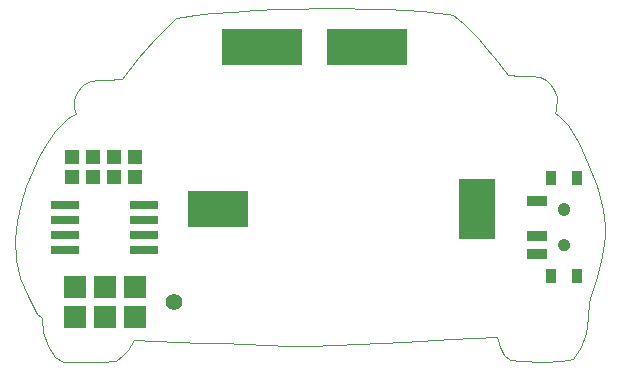
<source format=gbs>
G75*
%MOIN*%
%OFA0B0*%
%FSLAX25Y25*%
%IPPOS*%
%LPD*%
%AMOC8*
5,1,8,0,0,1.08239X$1,22.5*
%
%ADD10C,0.00000*%
%ADD11R,0.27000X0.12000*%
%ADD12R,0.09300X0.03000*%
%ADD13R,0.03750X0.04537*%
%ADD14R,0.06506X0.03356*%
%ADD15C,0.04143*%
%ADD16R,0.20285X0.12411*%
%ADD17R,0.12411X0.20285*%
%ADD18R,0.07600X0.07600*%
%ADD19R,0.04931X0.04537*%
%ADD20C,0.05600*%
D10*
X0024901Y0013065D02*
X0022581Y0016812D01*
X0021081Y0021589D01*
X0020720Y0026220D01*
X0020294Y0026525D01*
X0019868Y0026830D01*
X0019442Y0027135D01*
X0019016Y0027440D01*
X0015942Y0033553D01*
X0013438Y0039476D01*
X0011861Y0045673D01*
X0011568Y0052611D01*
X0012237Y0058549D01*
X0013530Y0064412D01*
X0015349Y0070147D01*
X0017599Y0075703D01*
X0019728Y0080210D01*
X0022171Y0084588D01*
X0025051Y0088638D01*
X0028492Y0092160D01*
X0029227Y0092729D01*
X0030066Y0093288D01*
X0030991Y0093834D01*
X0031983Y0094365D01*
X0031738Y0095213D01*
X0031474Y0096345D01*
X0031306Y0097550D01*
X0031348Y0098617D01*
X0031810Y0100217D01*
X0032550Y0101743D01*
X0033551Y0103095D01*
X0034795Y0104171D01*
X0036975Y0105119D01*
X0039387Y0105485D01*
X0041898Y0105576D01*
X0044372Y0105703D01*
X0045073Y0105761D01*
X0045870Y0105807D01*
X0046682Y0105842D01*
X0047430Y0105867D01*
X0052749Y0112749D01*
X0055475Y0115999D01*
X0058100Y0118978D01*
X0060514Y0121582D01*
X0062606Y0123704D01*
X0064268Y0125238D01*
X0065389Y0126078D01*
X0067571Y0126663D01*
X0071730Y0127238D01*
X0077412Y0127786D01*
X0084161Y0128286D01*
X0091521Y0128721D01*
X0099036Y0129072D01*
X0106252Y0129320D01*
X0112711Y0129447D01*
X0113066Y0129450D01*
X0113424Y0129454D01*
X0113788Y0129456D01*
X0114155Y0129458D01*
X0114527Y0129459D01*
X0114902Y0129460D01*
X0115282Y0129461D01*
X0115665Y0129461D01*
X0115665Y0129461D01*
X0115665Y0129461D01*
X0121806Y0129414D01*
X0128424Y0129279D01*
X0135155Y0129065D01*
X0141632Y0128783D01*
X0147491Y0128441D01*
X0152366Y0128050D01*
X0155892Y0127619D01*
X0157705Y0127157D01*
X0159380Y0125971D01*
X0161420Y0124156D01*
X0163728Y0121838D01*
X0166209Y0119145D01*
X0168767Y0116204D01*
X0171305Y0113139D01*
X0175939Y0107149D01*
X0176703Y0107124D01*
X0177559Y0107089D01*
X0178410Y0107041D01*
X0179159Y0106980D01*
X0181633Y0106853D01*
X0184144Y0106761D01*
X0186556Y0106396D01*
X0188736Y0105448D01*
X0189975Y0104371D01*
X0190967Y0103017D01*
X0191705Y0101490D01*
X0192183Y0099893D01*
X0192270Y0098549D01*
X0192110Y0097022D01*
X0191832Y0095580D01*
X0191564Y0094491D01*
X0192908Y0093558D01*
X0194109Y0092589D01*
X0195128Y0091603D01*
X0195925Y0090615D01*
X0199546Y0084554D01*
X0202811Y0077589D01*
X0205552Y0070139D01*
X0207602Y0062629D01*
X0208096Y0059747D01*
X0208326Y0056820D01*
X0208319Y0053881D01*
X0208103Y0050958D01*
X0207010Y0045148D01*
X0205298Y0038820D01*
X0203721Y0033732D01*
X0203028Y0031645D01*
X0202588Y0026276D01*
X0201887Y0021148D01*
X0200389Y0016523D01*
X0197555Y0012665D01*
X0193937Y0011933D01*
X0187197Y0011640D01*
X0180382Y0011765D01*
X0176542Y0012287D01*
X0174806Y0014049D01*
X0173476Y0016594D01*
X0172624Y0018883D01*
X0172324Y0019877D01*
X0156821Y0019099D01*
X0141317Y0018321D01*
X0133566Y0017932D01*
X0125814Y0017543D01*
X0118062Y0017154D01*
X0110311Y0016765D01*
X0102948Y0017022D01*
X0095585Y0017278D01*
X0088222Y0017534D01*
X0080859Y0017790D01*
X0073496Y0018047D01*
X0066133Y0018303D01*
X0051407Y0018816D01*
X0050336Y0017159D01*
X0049234Y0015497D01*
X0047716Y0013744D01*
X0045398Y0011816D01*
X0039886Y0011660D01*
X0035667Y0011551D01*
X0031894Y0011502D01*
X0027722Y0011527D01*
X0024901Y0013065D01*
X0192728Y0050594D02*
X0192730Y0050678D01*
X0192736Y0050761D01*
X0192746Y0050844D01*
X0192760Y0050927D01*
X0192777Y0051009D01*
X0192799Y0051090D01*
X0192824Y0051169D01*
X0192853Y0051248D01*
X0192886Y0051325D01*
X0192922Y0051400D01*
X0192962Y0051474D01*
X0193005Y0051546D01*
X0193052Y0051615D01*
X0193102Y0051682D01*
X0193155Y0051747D01*
X0193211Y0051809D01*
X0193269Y0051869D01*
X0193331Y0051926D01*
X0193395Y0051979D01*
X0193462Y0052030D01*
X0193531Y0052077D01*
X0193602Y0052122D01*
X0193675Y0052162D01*
X0193750Y0052199D01*
X0193827Y0052233D01*
X0193905Y0052263D01*
X0193984Y0052289D01*
X0194065Y0052312D01*
X0194147Y0052330D01*
X0194229Y0052345D01*
X0194312Y0052356D01*
X0194395Y0052363D01*
X0194479Y0052366D01*
X0194563Y0052365D01*
X0194646Y0052360D01*
X0194730Y0052351D01*
X0194812Y0052338D01*
X0194894Y0052322D01*
X0194975Y0052301D01*
X0195056Y0052277D01*
X0195134Y0052249D01*
X0195212Y0052217D01*
X0195288Y0052181D01*
X0195362Y0052142D01*
X0195434Y0052100D01*
X0195504Y0052054D01*
X0195572Y0052005D01*
X0195637Y0051953D01*
X0195700Y0051898D01*
X0195760Y0051840D01*
X0195818Y0051779D01*
X0195872Y0051715D01*
X0195924Y0051649D01*
X0195972Y0051581D01*
X0196017Y0051510D01*
X0196058Y0051437D01*
X0196097Y0051363D01*
X0196131Y0051287D01*
X0196162Y0051209D01*
X0196189Y0051130D01*
X0196213Y0051049D01*
X0196232Y0050968D01*
X0196248Y0050886D01*
X0196260Y0050803D01*
X0196268Y0050719D01*
X0196272Y0050636D01*
X0196272Y0050552D01*
X0196268Y0050469D01*
X0196260Y0050385D01*
X0196248Y0050302D01*
X0196232Y0050220D01*
X0196213Y0050139D01*
X0196189Y0050058D01*
X0196162Y0049979D01*
X0196131Y0049901D01*
X0196097Y0049825D01*
X0196058Y0049751D01*
X0196017Y0049678D01*
X0195972Y0049607D01*
X0195924Y0049539D01*
X0195872Y0049473D01*
X0195818Y0049409D01*
X0195760Y0049348D01*
X0195700Y0049290D01*
X0195637Y0049235D01*
X0195572Y0049183D01*
X0195504Y0049134D01*
X0195434Y0049088D01*
X0195362Y0049046D01*
X0195288Y0049007D01*
X0195212Y0048971D01*
X0195134Y0048939D01*
X0195056Y0048911D01*
X0194975Y0048887D01*
X0194894Y0048866D01*
X0194812Y0048850D01*
X0194730Y0048837D01*
X0194646Y0048828D01*
X0194563Y0048823D01*
X0194479Y0048822D01*
X0194395Y0048825D01*
X0194312Y0048832D01*
X0194229Y0048843D01*
X0194147Y0048858D01*
X0194065Y0048876D01*
X0193984Y0048899D01*
X0193905Y0048925D01*
X0193827Y0048955D01*
X0193750Y0048989D01*
X0193675Y0049026D01*
X0193602Y0049066D01*
X0193531Y0049111D01*
X0193462Y0049158D01*
X0193395Y0049209D01*
X0193331Y0049262D01*
X0193269Y0049319D01*
X0193211Y0049379D01*
X0193155Y0049441D01*
X0193102Y0049506D01*
X0193052Y0049573D01*
X0193005Y0049642D01*
X0192962Y0049714D01*
X0192922Y0049788D01*
X0192886Y0049863D01*
X0192853Y0049940D01*
X0192824Y0050019D01*
X0192799Y0050098D01*
X0192777Y0050179D01*
X0192760Y0050261D01*
X0192746Y0050344D01*
X0192736Y0050427D01*
X0192730Y0050510D01*
X0192728Y0050594D01*
X0192728Y0062406D02*
X0192730Y0062490D01*
X0192736Y0062573D01*
X0192746Y0062656D01*
X0192760Y0062739D01*
X0192777Y0062821D01*
X0192799Y0062902D01*
X0192824Y0062981D01*
X0192853Y0063060D01*
X0192886Y0063137D01*
X0192922Y0063212D01*
X0192962Y0063286D01*
X0193005Y0063358D01*
X0193052Y0063427D01*
X0193102Y0063494D01*
X0193155Y0063559D01*
X0193211Y0063621D01*
X0193269Y0063681D01*
X0193331Y0063738D01*
X0193395Y0063791D01*
X0193462Y0063842D01*
X0193531Y0063889D01*
X0193602Y0063934D01*
X0193675Y0063974D01*
X0193750Y0064011D01*
X0193827Y0064045D01*
X0193905Y0064075D01*
X0193984Y0064101D01*
X0194065Y0064124D01*
X0194147Y0064142D01*
X0194229Y0064157D01*
X0194312Y0064168D01*
X0194395Y0064175D01*
X0194479Y0064178D01*
X0194563Y0064177D01*
X0194646Y0064172D01*
X0194730Y0064163D01*
X0194812Y0064150D01*
X0194894Y0064134D01*
X0194975Y0064113D01*
X0195056Y0064089D01*
X0195134Y0064061D01*
X0195212Y0064029D01*
X0195288Y0063993D01*
X0195362Y0063954D01*
X0195434Y0063912D01*
X0195504Y0063866D01*
X0195572Y0063817D01*
X0195637Y0063765D01*
X0195700Y0063710D01*
X0195760Y0063652D01*
X0195818Y0063591D01*
X0195872Y0063527D01*
X0195924Y0063461D01*
X0195972Y0063393D01*
X0196017Y0063322D01*
X0196058Y0063249D01*
X0196097Y0063175D01*
X0196131Y0063099D01*
X0196162Y0063021D01*
X0196189Y0062942D01*
X0196213Y0062861D01*
X0196232Y0062780D01*
X0196248Y0062698D01*
X0196260Y0062615D01*
X0196268Y0062531D01*
X0196272Y0062448D01*
X0196272Y0062364D01*
X0196268Y0062281D01*
X0196260Y0062197D01*
X0196248Y0062114D01*
X0196232Y0062032D01*
X0196213Y0061951D01*
X0196189Y0061870D01*
X0196162Y0061791D01*
X0196131Y0061713D01*
X0196097Y0061637D01*
X0196058Y0061563D01*
X0196017Y0061490D01*
X0195972Y0061419D01*
X0195924Y0061351D01*
X0195872Y0061285D01*
X0195818Y0061221D01*
X0195760Y0061160D01*
X0195700Y0061102D01*
X0195637Y0061047D01*
X0195572Y0060995D01*
X0195504Y0060946D01*
X0195434Y0060900D01*
X0195362Y0060858D01*
X0195288Y0060819D01*
X0195212Y0060783D01*
X0195134Y0060751D01*
X0195056Y0060723D01*
X0194975Y0060699D01*
X0194894Y0060678D01*
X0194812Y0060662D01*
X0194730Y0060649D01*
X0194646Y0060640D01*
X0194563Y0060635D01*
X0194479Y0060634D01*
X0194395Y0060637D01*
X0194312Y0060644D01*
X0194229Y0060655D01*
X0194147Y0060670D01*
X0194065Y0060688D01*
X0193984Y0060711D01*
X0193905Y0060737D01*
X0193827Y0060767D01*
X0193750Y0060801D01*
X0193675Y0060838D01*
X0193602Y0060878D01*
X0193531Y0060923D01*
X0193462Y0060970D01*
X0193395Y0061021D01*
X0193331Y0061074D01*
X0193269Y0061131D01*
X0193211Y0061191D01*
X0193155Y0061253D01*
X0193102Y0061318D01*
X0193052Y0061385D01*
X0193005Y0061454D01*
X0192962Y0061526D01*
X0192922Y0061600D01*
X0192886Y0061675D01*
X0192853Y0061752D01*
X0192824Y0061831D01*
X0192799Y0061910D01*
X0192777Y0061991D01*
X0192760Y0062073D01*
X0192746Y0062156D01*
X0192736Y0062239D01*
X0192730Y0062322D01*
X0192728Y0062406D01*
D11*
X0129000Y0116500D03*
X0094000Y0116500D03*
D12*
X0054800Y0064000D03*
X0054800Y0059000D03*
X0054800Y0054000D03*
X0054800Y0049000D03*
X0028300Y0049000D03*
X0028300Y0054000D03*
X0028300Y0059000D03*
X0028300Y0064000D03*
D13*
X0190169Y0072839D03*
X0198831Y0072839D03*
X0198831Y0040161D03*
X0190169Y0040161D03*
D14*
X0185642Y0047642D03*
X0185642Y0053547D03*
X0185642Y0065358D03*
D15*
X0194500Y0062406D03*
X0194500Y0050594D03*
D16*
X0079193Y0062500D03*
D17*
X0165807Y0062500D03*
D18*
X0051500Y0036500D03*
X0041500Y0036500D03*
X0031500Y0036500D03*
X0031500Y0026500D03*
X0041500Y0026500D03*
X0051500Y0026500D03*
D19*
X0051500Y0073154D03*
X0051500Y0079846D03*
X0044500Y0079846D03*
X0037500Y0079846D03*
X0030500Y0079846D03*
X0030500Y0073154D03*
X0037500Y0073154D03*
X0044500Y0073154D03*
D20*
X0064500Y0031500D03*
M02*

</source>
